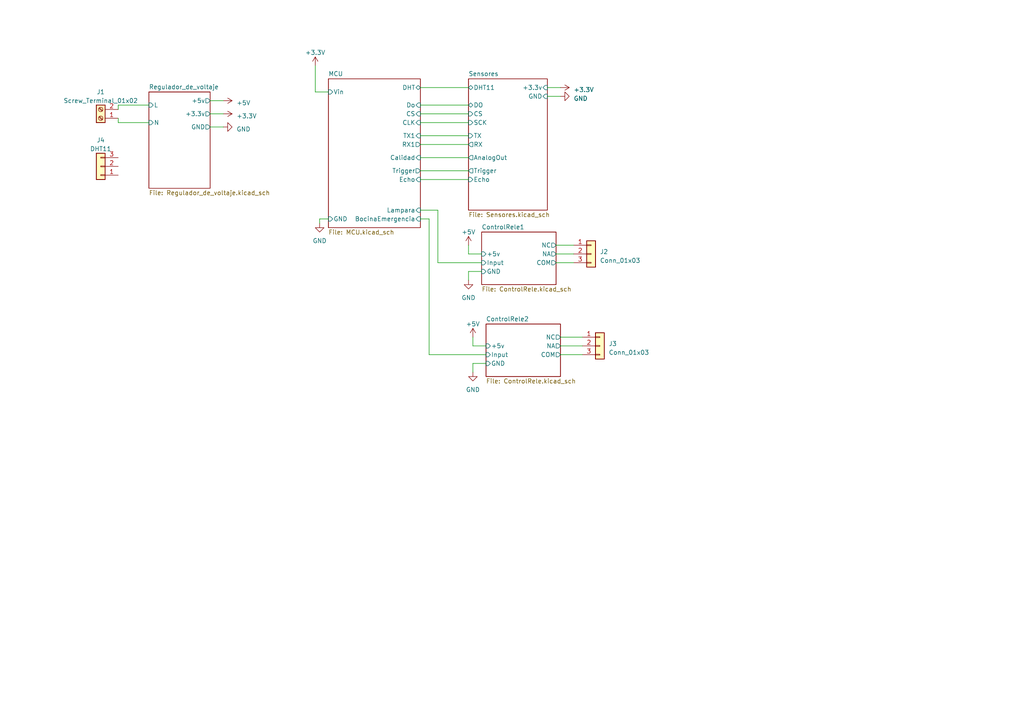
<source format=kicad_sch>
(kicad_sch (version 20230121) (generator eeschema)
  (paper "A4")
  (lib_symbols
    (symbol "Connector:Screw_Terminal_01x02" (pin_names (offset 1.016) hide)
      (property "Reference" "J" (at 0 2.54 0))
      (property "Value" "Screw_Terminal_01x02" (at 0 -5.08 0))
      (symbol "Screw_Terminal_01x02_1_1"
        (rectangle (start -1.27 1.27) (end 1.27 -3.81) (stroke (width 0.254)) (fill (type background)))
        (circle (center 0 -2.54) (radius 0.635) (stroke (width 0.1524)))
        (polyline (pts (xy -0.5334 -2.2098) (xy 0.3302 -3.048)) (stroke (width 0.1524)))
        (polyline (pts (xy -0.5334 0.3302) (xy 0.3302 -0.508)) (stroke (width 0.1524)))
        (polyline (pts (xy -0.3556 -2.032) (xy 0.508 -2.8702)) (stroke (width 0.1524)))
        (polyline (pts (xy -0.3556 0.508) (xy 0.508 -0.3302)) (stroke (width 0.1524)))
        (circle (center 0 0) (radius 0.635) (stroke (width 0.1524)))
        (pin passive line (at -5.08 0 0) (length 3.81) (name "Pin_1") (number "1"))
        (pin passive line (at -5.08 -2.54 0) (length 3.81) (name "Pin_2") (number "2"))
      )
    )
    (symbol "Connector_Generic:Conn_01x03" (pin_names (offset 1.016) hide)
      (property "Reference" "J" (at 0 5.08 0))
      (property "Value" "Conn_01x03" (at 0 -5.08 0))
      (symbol "Conn_01x03_1_1"
        (rectangle (start -1.27 -2.413) (end 0 -2.667) (stroke (width 0.1524)))
        (rectangle (start -1.27 0.127) (end 0 -0.127) (stroke (width 0.1524)))
        (rectangle (start -1.27 2.667) (end 0 2.413) (stroke (width 0.1524)))
        (rectangle (start -1.27 3.81) (end 1.27 -3.81) (stroke (width 0.254)) (fill (type background)))
        (pin passive line (at -5.08 2.54 0) (length 3.81) (name "Pin_1") (number "1"))
        (pin passive line (at -5.08 0 0) (length 3.81) (name "Pin_2") (number "2"))
        (pin passive line (at -5.08 -2.54 0) (length 3.81) (name "Pin_3") (number "3"))
      )
    )
    (symbol "power:+3.3V" (power) (pin_names (offset 0))
      (property "Value" "+3.3V" (at 0 3.556 0))
      (symbol "+3.3V_0_1"
        (polyline (pts (xy -0.762 1.27) (xy 0 2.54)))
        (polyline (pts (xy 0 0) (xy 0 2.54)))
        (polyline (pts (xy 0 2.54) (xy 0.762 1.27)))
      )
      (symbol "+3.3V_1_1"
        (pin power_in line (at 0 0 90) (length 0) hide (name "+3.3V") (number "1"))
      )
    )
    (symbol "power:+5V" (power) (pin_names (offset 0))
      (property "Value" "+5V" (at 0 3.556 0))
      (symbol "+5V_0_1"
        (polyline (pts (xy -0.762 1.27) (xy 0 2.54)))
        (polyline (pts (xy 0 0) (xy 0 2.54)))
        (polyline (pts (xy 0 2.54) (xy 0.762 1.27)))
      )
      (symbol "+5V_1_1"
        (pin power_in line (at 0 0 90) (length 0) hide (name "+5V") (number "1"))
      )
    )
    (symbol "power:GND" (power) (pin_names (offset 0))
      (property "Value" "GND" (at 0 -3.81 0))
      (symbol "GND_0_1"
        (polyline (pts (xy 0 0) (xy 0 -1.27) (xy 1.27 -1.27) (xy 0 -2.54) (xy -1.27 -1.27) (xy 0 -1.27)))
      )
      (symbol "GND_1_1"
        (pin power_in line (at 0 0 270) (length 0) hide (name "GND") (number "1"))
      )
    )
  )
  (wire (pts (xy 95.25 26.67) (xy 91.44 26.67)))
  (wire (pts (xy 60.96 36.83) (xy 64.77 36.83)))
  (wire (pts (xy 162.56 100.33) (xy 168.91 100.33)))
  (wire (pts (xy 121.92 35.56) (xy 135.89 35.56)))
  (wire (pts (xy 158.75 25.4) (xy 162.56 25.4)))
  (wire (pts (xy 91.44 26.67) (xy 91.44 19.05)))
  (wire (pts (xy 135.89 78.74) (xy 135.89 81.28)))
  (wire (pts (xy 34.29 30.48) (xy 34.29 31.75)))
  (wire (pts (xy 43.18 30.48) (xy 34.29 30.48)))
  (wire (pts (xy 121.92 52.07) (xy 135.89 52.07)))
  (wire (pts (xy 92.71 63.5) (xy 92.71 64.77)))
  (wire (pts (xy 121.92 39.37) (xy 135.89 39.37)))
  (wire (pts (xy 158.75 27.94) (xy 162.56 27.94)))
  (wire (pts (xy 121.92 63.5) (xy 124.46 63.5)))
  (wire (pts (xy 121.92 33.02) (xy 135.89 33.02)))
  (wire (pts (xy 127 76.2) (xy 139.7 76.2)))
  (wire (pts (xy 140.97 105.41) (xy 137.16 105.41)))
  (wire (pts (xy 121.92 60.96) (xy 127 60.96)))
  (wire (pts (xy 137.16 100.33) (xy 140.97 100.33)))
  (wire (pts (xy 161.29 73.66) (xy 166.37 73.66)))
  (wire (pts (xy 137.16 97.79) (xy 137.16 100.33)))
  (wire (pts (xy 121.92 49.53) (xy 135.89 49.53)))
  (wire (pts (xy 124.46 102.87) (xy 140.97 102.87)))
  (wire (pts (xy 60.96 29.21) (xy 64.77 29.21)))
  (wire (pts (xy 162.56 102.87) (xy 168.91 102.87)))
  (wire (pts (xy 121.92 45.72) (xy 135.89 45.72)))
  (wire (pts (xy 137.16 105.41) (xy 137.16 107.95)))
  (wire (pts (xy 135.89 71.12) (xy 135.89 73.66)))
  (wire (pts (xy 161.29 76.2) (xy 166.37 76.2)))
  (wire (pts (xy 127 60.96) (xy 127 76.2)))
  (wire (pts (xy 161.29 71.12) (xy 166.37 71.12)))
  (wire (pts (xy 121.92 41.91) (xy 135.89 41.91)))
  (wire (pts (xy 162.56 97.79) (xy 168.91 97.79)))
  (wire (pts (xy 34.29 34.29) (xy 34.29 35.56)))
  (wire (pts (xy 135.89 73.66) (xy 139.7 73.66)))
  (wire (pts (xy 95.25 63.5) (xy 92.71 63.5)))
  (wire (pts (xy 139.7 78.74) (xy 135.89 78.74)))
  (wire (pts (xy 34.29 35.56) (xy 43.18 35.56)))
  (wire (pts (xy 60.96 33.02) (xy 64.77 33.02)))
  (wire (pts (xy 121.92 25.4) (xy 135.89 25.4)))
  (wire (pts (xy 124.46 63.5) (xy 124.46 102.87)))
  (wire (pts (xy 121.92 30.48) (xy 135.89 30.48)))
  (symbol (lib_id "power:GND") (at 92.71 64.77 0) (unit 1)
    (property "Reference" "#PWR02" (effects hide))
    (property "Value" "GND" (at 92.71 69.85 0))
  )
  (symbol (lib_id "power:+3.3V") (at 64.77 33.02 270) (unit 1)
    (property "Reference" "#PWR05" (effects hide))
    (property "Value" "+3.3V" (at 68.58 33.655 90) (effects (justify left)))
  )
  (symbol (lib_id "power:+3.3V") (at 91.44 19.05 0) (unit 1)
    (property "Reference" "#PWR01" (effects hide))
    (property "Value" "+3.3V" (at 91.44 15.24 0))
  )
  (symbol (lib_id "power:+5V") (at 135.89 71.12 0) (unit 1)
    (property "Reference" "#PWR06" (effects hide))
    (property "Value" "+5V" (at 135.89 67.31 0))
  )
  (symbol (lib_id "power:GND") (at 64.77 36.83 90) (unit 1)
    (property "Reference" "#PWR04" (effects hide))
    (property "Value" "GND" (at 68.58 37.465 90) (effects (justify right)))
  )
  (symbol (lib_id "power:+5V") (at 64.77 29.21 270) (unit 1)
    (property "Reference" "#PWR03" (effects hide))
    (property "Value" "+5V" (at 68.58 29.845 90) (effects (justify left)))
  )
  (symbol (lib_id "Connector_Generic:Conn_01x03") (at 171.45 73.66 0) (unit 1)
    (property "Reference" "J2" (at 173.99 73.025 0) (effects (justify left)))
    (property "Value" "Conn_01x03" (at 173.99 75.565 0) (effects (justify left)))
    (property "Footprint" "Connector_Molex:Molex_KK-396_5273-03A_1x03_P3.96mm_Vertical" (effects hide))
  )
  (symbol (lib_id "power:+5V") (at 137.16 97.79 0) (unit 1)
    (property "Reference" "#PWR08" (effects hide))
    (property "Value" "+5V" (at 137.16 93.98 0))
  )
  (symbol (lib_id "power:GND") (at 162.56 27.94 90) (unit 1)
    (property "Reference" "#PWR011" (effects hide))
    (property "Value" "GND" (at 166.37 28.575 90) (effects (justify right)))
  )
  (symbol (lib_id "Connector_Generic:Conn_01x03") (at 173.99 100.33 0) (unit 1)
    (property "Reference" "J3" (at 176.53 99.695 0) (effects (justify left)))
    (property "Value" "Conn_01x03" (at 176.53 102.235 0) (effects (justify left)))
    (property "Footprint" "Connector_Molex:Molex_KK-396_5273-03A_1x03_P3.96mm_Vertical" (effects hide))
  )
  (symbol (lib_id "power:+3.3V") (at 162.56 25.4 270) (unit 1)
    (property "Reference" "#PWR010" (effects hide))
    (property "Value" "+3.3V" (at 166.37 26.035 90) (effects (justify left)))
  )
  (symbol (lib_id "Connector:Screw_Terminal_01x02") (at 29.21 34.29 180) (unit 1)
    (property "Reference" "J1" (at 29.21 26.67 0))
    (property "Value" "Screw_Terminal_01x02" (at 29.21 29.21 0))
    (property "Footprint" "TerminalBlock_Philmore:TerminalBlock_Philmore_TB132_1x02_P5.00mm_Horizontal" (effects hide))
  )
  (symbol (lib_id "power:GND") (at 135.89 81.28 0) (unit 1)
    (property "Reference" "#PWR07" (effects hide))
    (property "Value" "GND" (at 135.89 86.36 0))
  )
  (symbol (lib_id "Connector_Generic:Conn_01x03") (at 29.21 48.26 180) (unit 1)
    (property "Reference" "J4" (at 29.21 40.64 0))
    (property "Value" "DHT11" (at 29.21 43.18 0))
    (property "Footprint" "Connector_JST:JST_XH_B3B-XH-A_1x03_P2.50mm_Vertical" (effects hide))
  )
  (symbol (lib_id "power:GND") (at 137.16 107.95 0) (unit 1)
    (property "Reference" "#PWR09" (effects hide))
    (property "Value" "GND" (at 137.16 113.03 0))
  )
  (sheet (at 135.89 22.86) (size 22.86 38.1) (stroke (width 0.1524))
    (property "Sheetname" "Sensores" (at 135.89 22.1484 0) (effects (justify left bottom)))
    (property "Sheetfile" "Sensores.kicad_sch" (at 135.89 61.5446 0) (effects (justify left top)))
    (pin "+3.3v" input (at 158.75 25.4 0))
    (pin "GND" input (at 158.75 27.94 0))
    (pin "AnalogOut" output (at 135.89 45.72 180))
    (pin "DHT11" bidirectional (at 135.89 25.4 180))
    (pin "Echo" input (at 135.89 52.07 180))
    (pin "Trigger" output (at 135.89 49.53 180))
    (pin "CS" input (at 135.89 33.02 180))
    (pin "SCK" input (at 135.89 35.56 180))
    (pin "DO" bidirectional (at 135.89 30.48 180))
    (pin "TX" input (at 135.89 39.37 180))
    (pin "RX" output (at 135.89 41.91 180))
  )
  (sheet (at 95.25 22.86) (size 26.67 43.18) (stroke (width 0.1524))
    (property "Sheetname" "MCU" (at 95.25 22.1484 0) (effects (justify left bottom)))
    (property "Sheetfile" "MCU.kicad_sch" (at 95.25 66.6246 0) (effects (justify left top)))
    (pin "GND" input (at 95.25 63.5 180))
    (pin "Vin" input (at 95.25 26.67 180))
    (pin "DHT" bidirectional (at 121.92 25.4 0))
    (pin "Do" input (at 121.92 30.48 0))
    (pin "CS" input (at 121.92 33.02 0))
    (pin "CLK" input (at 121.92 35.56 0))
    (pin "Calidad" input (at 121.92 45.72 0))
    (pin "TX1" input (at 121.92 39.37 0))
    (pin "RX1" output (at 121.92 41.91 0))
    (pin "Trigger" output (at 121.92 49.53 0))
    (pin "Echo" input (at 121.92 52.07 0))
    (pin "Lampara" input (at 121.92 60.96 0))
    (pin "BocinaEmergencia" input (at 121.92 63.5 0))
  )
  (sheet (at 140.97 93.98) (size 21.59 15.24) (stroke (width 0.1524))
    (property "Sheetname" "ControlRele2" (at 140.97 93.2684 0) (effects (justify left bottom)))
    (property "Sheetfile" "ControlRele.kicad_sch" (at 140.97 109.8046 0) (effects (justify left top)))
    (pin "Input" input (at 140.97 102.87 180))
    (pin "NC" output (at 162.56 97.79 0))
    (pin "NA" output (at 162.56 100.33 0))
    (pin "COM" output (at 162.56 102.87 0))
    (pin "GND" input (at 140.97 105.41 180))
    (pin "+5v" input (at 140.97 100.33 180))
  )
  (sheet (at 139.7 67.31) (size 21.59 15.24) (stroke (width 0.1524))
    (property "Sheetname" "ControlRele1" (at 139.7 66.5984 0) (effects (justify left bottom)))
    (property "Sheetfile" "ControlRele.kicad_sch" (at 139.7 83.1346 0) (effects (justify left top)))
    (pin "Input" input (at 139.7 76.2 180))
    (pin "NC" output (at 161.29 71.12 0))
    (pin "NA" output (at 161.29 73.66 0))
    (pin "COM" output (at 161.29 76.2 0))
    (pin "GND" input (at 139.7 78.74 180))
    (pin "+5v" input (at 139.7 73.66 180))
  )
  (sheet (at 43.18 26.67) (size 17.78 27.94) (stroke (width 0.1524))
    (property "Sheetname" "Regulador_de_voltaje" (at 43.18 25.9584 0) (effects (justify left bottom)))
    (property "Sheetfile" "Regulador_de_voltaje.kicad_sch" (at 43.18 55.1946 0) (effects (justify left top)))
    (pin "+5v" output (at 60.96 29.21 0))
    (pin "GND" output (at 60.96 36.83 0))
    (pin "L" input (at 43.18 30.48 180))
    (pin "N" input (at 43.18 35.56 180))
    (pin "+3.3v" output (at 60.96 33.02 0))
  )
)
</source>
